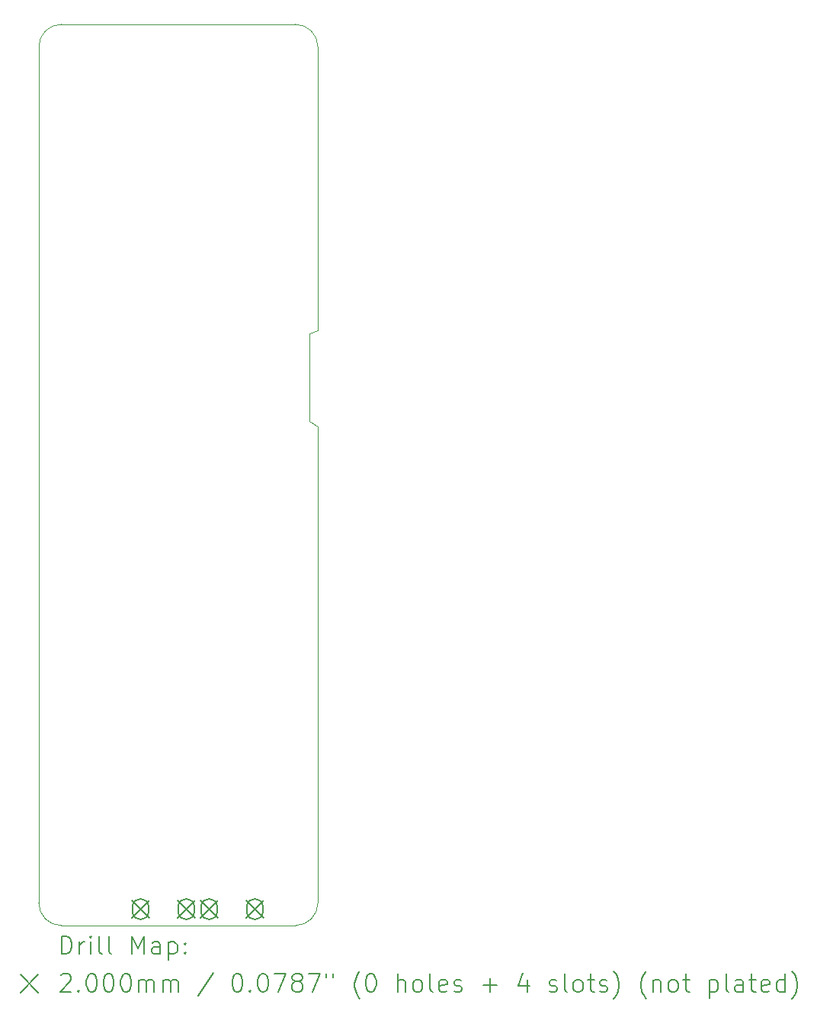
<source format=gbr>
%FSLAX45Y45*%
G04 Gerber Fmt 4.5, Leading zero omitted, Abs format (unit mm)*
G04 Created by KiCad (PCBNEW (6.0.1)) date 2022-06-27 00:17:00*
%MOMM*%
%LPD*%
G01*
G04 APERTURE LIST*
%TA.AperFunction,Profile*%
%ADD10C,0.100000*%
%TD*%
%ADD11C,0.200000*%
G04 APERTURE END LIST*
D10*
X16960000Y-13210000D02*
X14360000Y-13210000D01*
X14110000Y-12960000D02*
X14110000Y-3460000D01*
X17210000Y-3460000D02*
G75*
G03*
X16960000Y-3210000I-250000J0D01*
G01*
X14360000Y-3210000D02*
G75*
G03*
X14110000Y-3460000I0J-250000D01*
G01*
X17210000Y-7670800D02*
X17210000Y-12960000D01*
X14110000Y-12960000D02*
G75*
G03*
X14360000Y-13210000I250000J0D01*
G01*
X17119600Y-6638290D02*
X17119600Y-7616190D01*
X17210000Y-6604000D02*
X17119600Y-6638290D01*
X16960000Y-13210000D02*
G75*
G03*
X17210000Y-12960000I0J250000D01*
G01*
X17119600Y-7616190D02*
X17210000Y-7670800D01*
X17210000Y-3460000D02*
X17210000Y-6604000D01*
X14360000Y-3210000D02*
X16960000Y-3210000D01*
D11*
X15140000Y-12928080D02*
X15340000Y-13128080D01*
X15340000Y-12928080D02*
X15140000Y-13128080D01*
X15330000Y-13053080D02*
X15330000Y-13003080D01*
X15150000Y-13053080D02*
X15150000Y-13003080D01*
X15330000Y-13003080D02*
G75*
G03*
X15150000Y-13003080I-90000J0D01*
G01*
X15150000Y-13053080D02*
G75*
G03*
X15330000Y-13053080I90000J0D01*
G01*
X15648000Y-12928080D02*
X15848000Y-13128080D01*
X15848000Y-12928080D02*
X15648000Y-13128080D01*
X15838000Y-13053080D02*
X15838000Y-13003080D01*
X15658000Y-13053080D02*
X15658000Y-13003080D01*
X15838000Y-13003080D02*
G75*
G03*
X15658000Y-13003080I-90000J0D01*
G01*
X15658000Y-13053080D02*
G75*
G03*
X15838000Y-13053080I90000J0D01*
G01*
X15902000Y-12928080D02*
X16102000Y-13128080D01*
X16102000Y-12928080D02*
X15902000Y-13128080D01*
X16092000Y-13053080D02*
X16092000Y-13003080D01*
X15912000Y-13053080D02*
X15912000Y-13003080D01*
X16092000Y-13003080D02*
G75*
G03*
X15912000Y-13003080I-90000J0D01*
G01*
X15912000Y-13053080D02*
G75*
G03*
X16092000Y-13053080I90000J0D01*
G01*
X16410000Y-12928080D02*
X16610000Y-13128080D01*
X16610000Y-12928080D02*
X16410000Y-13128080D01*
X16600000Y-13053080D02*
X16600000Y-13003080D01*
X16420000Y-13053080D02*
X16420000Y-13003080D01*
X16600000Y-13003080D02*
G75*
G03*
X16420000Y-13003080I-90000J0D01*
G01*
X16420000Y-13053080D02*
G75*
G03*
X16600000Y-13053080I90000J0D01*
G01*
X14362619Y-13525476D02*
X14362619Y-13325476D01*
X14410238Y-13325476D01*
X14438809Y-13335000D01*
X14457857Y-13354048D01*
X14467381Y-13373095D01*
X14476905Y-13411190D01*
X14476905Y-13439762D01*
X14467381Y-13477857D01*
X14457857Y-13496905D01*
X14438809Y-13515952D01*
X14410238Y-13525476D01*
X14362619Y-13525476D01*
X14562619Y-13525476D02*
X14562619Y-13392143D01*
X14562619Y-13430238D02*
X14572143Y-13411190D01*
X14581667Y-13401667D01*
X14600714Y-13392143D01*
X14619762Y-13392143D01*
X14686428Y-13525476D02*
X14686428Y-13392143D01*
X14686428Y-13325476D02*
X14676905Y-13335000D01*
X14686428Y-13344524D01*
X14695952Y-13335000D01*
X14686428Y-13325476D01*
X14686428Y-13344524D01*
X14810238Y-13525476D02*
X14791190Y-13515952D01*
X14781667Y-13496905D01*
X14781667Y-13325476D01*
X14915000Y-13525476D02*
X14895952Y-13515952D01*
X14886428Y-13496905D01*
X14886428Y-13325476D01*
X15143571Y-13525476D02*
X15143571Y-13325476D01*
X15210238Y-13468333D01*
X15276905Y-13325476D01*
X15276905Y-13525476D01*
X15457857Y-13525476D02*
X15457857Y-13420714D01*
X15448333Y-13401667D01*
X15429286Y-13392143D01*
X15391190Y-13392143D01*
X15372143Y-13401667D01*
X15457857Y-13515952D02*
X15438809Y-13525476D01*
X15391190Y-13525476D01*
X15372143Y-13515952D01*
X15362619Y-13496905D01*
X15362619Y-13477857D01*
X15372143Y-13458809D01*
X15391190Y-13449286D01*
X15438809Y-13449286D01*
X15457857Y-13439762D01*
X15553095Y-13392143D02*
X15553095Y-13592143D01*
X15553095Y-13401667D02*
X15572143Y-13392143D01*
X15610238Y-13392143D01*
X15629286Y-13401667D01*
X15638809Y-13411190D01*
X15648333Y-13430238D01*
X15648333Y-13487381D01*
X15638809Y-13506428D01*
X15629286Y-13515952D01*
X15610238Y-13525476D01*
X15572143Y-13525476D01*
X15553095Y-13515952D01*
X15734048Y-13506428D02*
X15743571Y-13515952D01*
X15734048Y-13525476D01*
X15724524Y-13515952D01*
X15734048Y-13506428D01*
X15734048Y-13525476D01*
X15734048Y-13401667D02*
X15743571Y-13411190D01*
X15734048Y-13420714D01*
X15724524Y-13411190D01*
X15734048Y-13401667D01*
X15734048Y-13420714D01*
X13905000Y-13755000D02*
X14105000Y-13955000D01*
X14105000Y-13755000D02*
X13905000Y-13955000D01*
X14353095Y-13764524D02*
X14362619Y-13755000D01*
X14381667Y-13745476D01*
X14429286Y-13745476D01*
X14448333Y-13755000D01*
X14457857Y-13764524D01*
X14467381Y-13783571D01*
X14467381Y-13802619D01*
X14457857Y-13831190D01*
X14343571Y-13945476D01*
X14467381Y-13945476D01*
X14553095Y-13926428D02*
X14562619Y-13935952D01*
X14553095Y-13945476D01*
X14543571Y-13935952D01*
X14553095Y-13926428D01*
X14553095Y-13945476D01*
X14686428Y-13745476D02*
X14705476Y-13745476D01*
X14724524Y-13755000D01*
X14734048Y-13764524D01*
X14743571Y-13783571D01*
X14753095Y-13821667D01*
X14753095Y-13869286D01*
X14743571Y-13907381D01*
X14734048Y-13926428D01*
X14724524Y-13935952D01*
X14705476Y-13945476D01*
X14686428Y-13945476D01*
X14667381Y-13935952D01*
X14657857Y-13926428D01*
X14648333Y-13907381D01*
X14638809Y-13869286D01*
X14638809Y-13821667D01*
X14648333Y-13783571D01*
X14657857Y-13764524D01*
X14667381Y-13755000D01*
X14686428Y-13745476D01*
X14876905Y-13745476D02*
X14895952Y-13745476D01*
X14915000Y-13755000D01*
X14924524Y-13764524D01*
X14934048Y-13783571D01*
X14943571Y-13821667D01*
X14943571Y-13869286D01*
X14934048Y-13907381D01*
X14924524Y-13926428D01*
X14915000Y-13935952D01*
X14895952Y-13945476D01*
X14876905Y-13945476D01*
X14857857Y-13935952D01*
X14848333Y-13926428D01*
X14838809Y-13907381D01*
X14829286Y-13869286D01*
X14829286Y-13821667D01*
X14838809Y-13783571D01*
X14848333Y-13764524D01*
X14857857Y-13755000D01*
X14876905Y-13745476D01*
X15067381Y-13745476D02*
X15086428Y-13745476D01*
X15105476Y-13755000D01*
X15115000Y-13764524D01*
X15124524Y-13783571D01*
X15134048Y-13821667D01*
X15134048Y-13869286D01*
X15124524Y-13907381D01*
X15115000Y-13926428D01*
X15105476Y-13935952D01*
X15086428Y-13945476D01*
X15067381Y-13945476D01*
X15048333Y-13935952D01*
X15038809Y-13926428D01*
X15029286Y-13907381D01*
X15019762Y-13869286D01*
X15019762Y-13821667D01*
X15029286Y-13783571D01*
X15038809Y-13764524D01*
X15048333Y-13755000D01*
X15067381Y-13745476D01*
X15219762Y-13945476D02*
X15219762Y-13812143D01*
X15219762Y-13831190D02*
X15229286Y-13821667D01*
X15248333Y-13812143D01*
X15276905Y-13812143D01*
X15295952Y-13821667D01*
X15305476Y-13840714D01*
X15305476Y-13945476D01*
X15305476Y-13840714D02*
X15315000Y-13821667D01*
X15334048Y-13812143D01*
X15362619Y-13812143D01*
X15381667Y-13821667D01*
X15391190Y-13840714D01*
X15391190Y-13945476D01*
X15486428Y-13945476D02*
X15486428Y-13812143D01*
X15486428Y-13831190D02*
X15495952Y-13821667D01*
X15515000Y-13812143D01*
X15543571Y-13812143D01*
X15562619Y-13821667D01*
X15572143Y-13840714D01*
X15572143Y-13945476D01*
X15572143Y-13840714D02*
X15581667Y-13821667D01*
X15600714Y-13812143D01*
X15629286Y-13812143D01*
X15648333Y-13821667D01*
X15657857Y-13840714D01*
X15657857Y-13945476D01*
X16048333Y-13735952D02*
X15876905Y-13993095D01*
X16305476Y-13745476D02*
X16324524Y-13745476D01*
X16343571Y-13755000D01*
X16353095Y-13764524D01*
X16362619Y-13783571D01*
X16372143Y-13821667D01*
X16372143Y-13869286D01*
X16362619Y-13907381D01*
X16353095Y-13926428D01*
X16343571Y-13935952D01*
X16324524Y-13945476D01*
X16305476Y-13945476D01*
X16286428Y-13935952D01*
X16276905Y-13926428D01*
X16267381Y-13907381D01*
X16257857Y-13869286D01*
X16257857Y-13821667D01*
X16267381Y-13783571D01*
X16276905Y-13764524D01*
X16286428Y-13755000D01*
X16305476Y-13745476D01*
X16457857Y-13926428D02*
X16467381Y-13935952D01*
X16457857Y-13945476D01*
X16448333Y-13935952D01*
X16457857Y-13926428D01*
X16457857Y-13945476D01*
X16591190Y-13745476D02*
X16610238Y-13745476D01*
X16629286Y-13755000D01*
X16638809Y-13764524D01*
X16648333Y-13783571D01*
X16657857Y-13821667D01*
X16657857Y-13869286D01*
X16648333Y-13907381D01*
X16638809Y-13926428D01*
X16629286Y-13935952D01*
X16610238Y-13945476D01*
X16591190Y-13945476D01*
X16572143Y-13935952D01*
X16562619Y-13926428D01*
X16553095Y-13907381D01*
X16543571Y-13869286D01*
X16543571Y-13821667D01*
X16553095Y-13783571D01*
X16562619Y-13764524D01*
X16572143Y-13755000D01*
X16591190Y-13745476D01*
X16724524Y-13745476D02*
X16857857Y-13745476D01*
X16772143Y-13945476D01*
X16962619Y-13831190D02*
X16943571Y-13821667D01*
X16934048Y-13812143D01*
X16924524Y-13793095D01*
X16924524Y-13783571D01*
X16934048Y-13764524D01*
X16943571Y-13755000D01*
X16962619Y-13745476D01*
X17000714Y-13745476D01*
X17019762Y-13755000D01*
X17029286Y-13764524D01*
X17038810Y-13783571D01*
X17038810Y-13793095D01*
X17029286Y-13812143D01*
X17019762Y-13821667D01*
X17000714Y-13831190D01*
X16962619Y-13831190D01*
X16943571Y-13840714D01*
X16934048Y-13850238D01*
X16924524Y-13869286D01*
X16924524Y-13907381D01*
X16934048Y-13926428D01*
X16943571Y-13935952D01*
X16962619Y-13945476D01*
X17000714Y-13945476D01*
X17019762Y-13935952D01*
X17029286Y-13926428D01*
X17038810Y-13907381D01*
X17038810Y-13869286D01*
X17029286Y-13850238D01*
X17019762Y-13840714D01*
X17000714Y-13831190D01*
X17105476Y-13745476D02*
X17238810Y-13745476D01*
X17153095Y-13945476D01*
X17305476Y-13745476D02*
X17305476Y-13783571D01*
X17381667Y-13745476D02*
X17381667Y-13783571D01*
X17676905Y-14021667D02*
X17667381Y-14012143D01*
X17648333Y-13983571D01*
X17638810Y-13964524D01*
X17629286Y-13935952D01*
X17619762Y-13888333D01*
X17619762Y-13850238D01*
X17629286Y-13802619D01*
X17638810Y-13774048D01*
X17648333Y-13755000D01*
X17667381Y-13726428D01*
X17676905Y-13716905D01*
X17791190Y-13745476D02*
X17810238Y-13745476D01*
X17829286Y-13755000D01*
X17838810Y-13764524D01*
X17848333Y-13783571D01*
X17857857Y-13821667D01*
X17857857Y-13869286D01*
X17848333Y-13907381D01*
X17838810Y-13926428D01*
X17829286Y-13935952D01*
X17810238Y-13945476D01*
X17791190Y-13945476D01*
X17772143Y-13935952D01*
X17762619Y-13926428D01*
X17753095Y-13907381D01*
X17743571Y-13869286D01*
X17743571Y-13821667D01*
X17753095Y-13783571D01*
X17762619Y-13764524D01*
X17772143Y-13755000D01*
X17791190Y-13745476D01*
X18095952Y-13945476D02*
X18095952Y-13745476D01*
X18181667Y-13945476D02*
X18181667Y-13840714D01*
X18172143Y-13821667D01*
X18153095Y-13812143D01*
X18124524Y-13812143D01*
X18105476Y-13821667D01*
X18095952Y-13831190D01*
X18305476Y-13945476D02*
X18286429Y-13935952D01*
X18276905Y-13926428D01*
X18267381Y-13907381D01*
X18267381Y-13850238D01*
X18276905Y-13831190D01*
X18286429Y-13821667D01*
X18305476Y-13812143D01*
X18334048Y-13812143D01*
X18353095Y-13821667D01*
X18362619Y-13831190D01*
X18372143Y-13850238D01*
X18372143Y-13907381D01*
X18362619Y-13926428D01*
X18353095Y-13935952D01*
X18334048Y-13945476D01*
X18305476Y-13945476D01*
X18486429Y-13945476D02*
X18467381Y-13935952D01*
X18457857Y-13916905D01*
X18457857Y-13745476D01*
X18638810Y-13935952D02*
X18619762Y-13945476D01*
X18581667Y-13945476D01*
X18562619Y-13935952D01*
X18553095Y-13916905D01*
X18553095Y-13840714D01*
X18562619Y-13821667D01*
X18581667Y-13812143D01*
X18619762Y-13812143D01*
X18638810Y-13821667D01*
X18648333Y-13840714D01*
X18648333Y-13859762D01*
X18553095Y-13878809D01*
X18724524Y-13935952D02*
X18743571Y-13945476D01*
X18781667Y-13945476D01*
X18800714Y-13935952D01*
X18810238Y-13916905D01*
X18810238Y-13907381D01*
X18800714Y-13888333D01*
X18781667Y-13878809D01*
X18753095Y-13878809D01*
X18734048Y-13869286D01*
X18724524Y-13850238D01*
X18724524Y-13840714D01*
X18734048Y-13821667D01*
X18753095Y-13812143D01*
X18781667Y-13812143D01*
X18800714Y-13821667D01*
X19048333Y-13869286D02*
X19200714Y-13869286D01*
X19124524Y-13945476D02*
X19124524Y-13793095D01*
X19534048Y-13812143D02*
X19534048Y-13945476D01*
X19486429Y-13735952D02*
X19438810Y-13878809D01*
X19562619Y-13878809D01*
X19781667Y-13935952D02*
X19800714Y-13945476D01*
X19838810Y-13945476D01*
X19857857Y-13935952D01*
X19867381Y-13916905D01*
X19867381Y-13907381D01*
X19857857Y-13888333D01*
X19838810Y-13878809D01*
X19810238Y-13878809D01*
X19791190Y-13869286D01*
X19781667Y-13850238D01*
X19781667Y-13840714D01*
X19791190Y-13821667D01*
X19810238Y-13812143D01*
X19838810Y-13812143D01*
X19857857Y-13821667D01*
X19981667Y-13945476D02*
X19962619Y-13935952D01*
X19953095Y-13916905D01*
X19953095Y-13745476D01*
X20086429Y-13945476D02*
X20067381Y-13935952D01*
X20057857Y-13926428D01*
X20048333Y-13907381D01*
X20048333Y-13850238D01*
X20057857Y-13831190D01*
X20067381Y-13821667D01*
X20086429Y-13812143D01*
X20115000Y-13812143D01*
X20134048Y-13821667D01*
X20143571Y-13831190D01*
X20153095Y-13850238D01*
X20153095Y-13907381D01*
X20143571Y-13926428D01*
X20134048Y-13935952D01*
X20115000Y-13945476D01*
X20086429Y-13945476D01*
X20210238Y-13812143D02*
X20286429Y-13812143D01*
X20238810Y-13745476D02*
X20238810Y-13916905D01*
X20248333Y-13935952D01*
X20267381Y-13945476D01*
X20286429Y-13945476D01*
X20343571Y-13935952D02*
X20362619Y-13945476D01*
X20400714Y-13945476D01*
X20419762Y-13935952D01*
X20429286Y-13916905D01*
X20429286Y-13907381D01*
X20419762Y-13888333D01*
X20400714Y-13878809D01*
X20372143Y-13878809D01*
X20353095Y-13869286D01*
X20343571Y-13850238D01*
X20343571Y-13840714D01*
X20353095Y-13821667D01*
X20372143Y-13812143D01*
X20400714Y-13812143D01*
X20419762Y-13821667D01*
X20495952Y-14021667D02*
X20505476Y-14012143D01*
X20524524Y-13983571D01*
X20534048Y-13964524D01*
X20543571Y-13935952D01*
X20553095Y-13888333D01*
X20553095Y-13850238D01*
X20543571Y-13802619D01*
X20534048Y-13774048D01*
X20524524Y-13755000D01*
X20505476Y-13726428D01*
X20495952Y-13716905D01*
X20857857Y-14021667D02*
X20848333Y-14012143D01*
X20829286Y-13983571D01*
X20819762Y-13964524D01*
X20810238Y-13935952D01*
X20800714Y-13888333D01*
X20800714Y-13850238D01*
X20810238Y-13802619D01*
X20819762Y-13774048D01*
X20829286Y-13755000D01*
X20848333Y-13726428D01*
X20857857Y-13716905D01*
X20934048Y-13812143D02*
X20934048Y-13945476D01*
X20934048Y-13831190D02*
X20943571Y-13821667D01*
X20962619Y-13812143D01*
X20991190Y-13812143D01*
X21010238Y-13821667D01*
X21019762Y-13840714D01*
X21019762Y-13945476D01*
X21143571Y-13945476D02*
X21124524Y-13935952D01*
X21115000Y-13926428D01*
X21105476Y-13907381D01*
X21105476Y-13850238D01*
X21115000Y-13831190D01*
X21124524Y-13821667D01*
X21143571Y-13812143D01*
X21172143Y-13812143D01*
X21191190Y-13821667D01*
X21200714Y-13831190D01*
X21210238Y-13850238D01*
X21210238Y-13907381D01*
X21200714Y-13926428D01*
X21191190Y-13935952D01*
X21172143Y-13945476D01*
X21143571Y-13945476D01*
X21267381Y-13812143D02*
X21343571Y-13812143D01*
X21295952Y-13745476D02*
X21295952Y-13916905D01*
X21305476Y-13935952D01*
X21324524Y-13945476D01*
X21343571Y-13945476D01*
X21562619Y-13812143D02*
X21562619Y-14012143D01*
X21562619Y-13821667D02*
X21581667Y-13812143D01*
X21619762Y-13812143D01*
X21638810Y-13821667D01*
X21648333Y-13831190D01*
X21657857Y-13850238D01*
X21657857Y-13907381D01*
X21648333Y-13926428D01*
X21638810Y-13935952D01*
X21619762Y-13945476D01*
X21581667Y-13945476D01*
X21562619Y-13935952D01*
X21772143Y-13945476D02*
X21753095Y-13935952D01*
X21743571Y-13916905D01*
X21743571Y-13745476D01*
X21934048Y-13945476D02*
X21934048Y-13840714D01*
X21924524Y-13821667D01*
X21905476Y-13812143D01*
X21867381Y-13812143D01*
X21848333Y-13821667D01*
X21934048Y-13935952D02*
X21915000Y-13945476D01*
X21867381Y-13945476D01*
X21848333Y-13935952D01*
X21838810Y-13916905D01*
X21838810Y-13897857D01*
X21848333Y-13878809D01*
X21867381Y-13869286D01*
X21915000Y-13869286D01*
X21934048Y-13859762D01*
X22000714Y-13812143D02*
X22076905Y-13812143D01*
X22029286Y-13745476D02*
X22029286Y-13916905D01*
X22038810Y-13935952D01*
X22057857Y-13945476D01*
X22076905Y-13945476D01*
X22219762Y-13935952D02*
X22200714Y-13945476D01*
X22162619Y-13945476D01*
X22143571Y-13935952D01*
X22134048Y-13916905D01*
X22134048Y-13840714D01*
X22143571Y-13821667D01*
X22162619Y-13812143D01*
X22200714Y-13812143D01*
X22219762Y-13821667D01*
X22229286Y-13840714D01*
X22229286Y-13859762D01*
X22134048Y-13878809D01*
X22400714Y-13945476D02*
X22400714Y-13745476D01*
X22400714Y-13935952D02*
X22381667Y-13945476D01*
X22343571Y-13945476D01*
X22324524Y-13935952D01*
X22315000Y-13926428D01*
X22305476Y-13907381D01*
X22305476Y-13850238D01*
X22315000Y-13831190D01*
X22324524Y-13821667D01*
X22343571Y-13812143D01*
X22381667Y-13812143D01*
X22400714Y-13821667D01*
X22476905Y-14021667D02*
X22486428Y-14012143D01*
X22505476Y-13983571D01*
X22515000Y-13964524D01*
X22524524Y-13935952D01*
X22534048Y-13888333D01*
X22534048Y-13850238D01*
X22524524Y-13802619D01*
X22515000Y-13774048D01*
X22505476Y-13755000D01*
X22486428Y-13726428D01*
X22476905Y-13716905D01*
M02*

</source>
